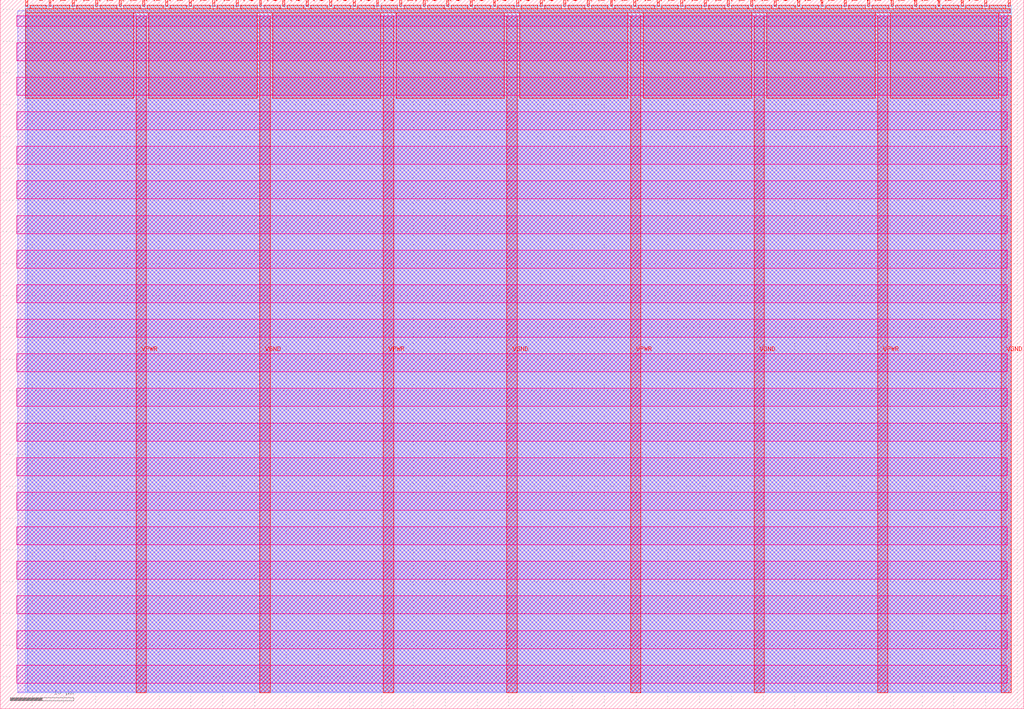
<source format=lef>
VERSION 5.7 ;
  NOWIREEXTENSIONATPIN ON ;
  DIVIDERCHAR "/" ;
  BUSBITCHARS "[]" ;
MACRO tt_um_8bitALU
  CLASS BLOCK ;
  FOREIGN tt_um_8bitALU ;
  ORIGIN 0.000 0.000 ;
  SIZE 161.000 BY 111.520 ;
  PIN VGND
    DIRECTION INOUT ;
    USE GROUND ;
    PORT
      LAYER met4 ;
        RECT 40.830 2.480 42.430 109.040 ;
    END
    PORT
      LAYER met4 ;
        RECT 79.700 2.480 81.300 109.040 ;
    END
    PORT
      LAYER met4 ;
        RECT 118.570 2.480 120.170 109.040 ;
    END
    PORT
      LAYER met4 ;
        RECT 157.440 2.480 159.040 109.040 ;
    END
  END VGND
  PIN VPWR
    DIRECTION INOUT ;
    USE POWER ;
    PORT
      LAYER met4 ;
        RECT 21.395 2.480 22.995 109.040 ;
    END
    PORT
      LAYER met4 ;
        RECT 60.265 2.480 61.865 109.040 ;
    END
    PORT
      LAYER met4 ;
        RECT 99.135 2.480 100.735 109.040 ;
    END
    PORT
      LAYER met4 ;
        RECT 138.005 2.480 139.605 109.040 ;
    END
  END VPWR
  PIN clk
    DIRECTION INPUT ;
    USE SIGNAL ;
    ANTENNAGATEAREA 0.852000 ;
    PORT
      LAYER met4 ;
        RECT 154.870 110.520 155.170 111.520 ;
    END
  END clk
  PIN ena
    DIRECTION INPUT ;
    USE SIGNAL ;
    ANTENNAGATEAREA 0.213000 ;
    PORT
      LAYER met4 ;
        RECT 158.550 110.520 158.850 111.520 ;
    END
  END ena
  PIN rst_n
    DIRECTION INPUT ;
    USE SIGNAL ;
    ANTENNAGATEAREA 0.213000 ;
    PORT
      LAYER met4 ;
        RECT 151.190 110.520 151.490 111.520 ;
    END
  END rst_n
  PIN ui_in[0]
    DIRECTION INPUT ;
    USE SIGNAL ;
    ANTENNAGATEAREA 0.213000 ;
    PORT
      LAYER met4 ;
        RECT 147.510 110.520 147.810 111.520 ;
    END
  END ui_in[0]
  PIN ui_in[1]
    DIRECTION INPUT ;
    USE SIGNAL ;
    ANTENNAGATEAREA 0.159000 ;
    PORT
      LAYER met4 ;
        RECT 143.830 110.520 144.130 111.520 ;
    END
  END ui_in[1]
  PIN ui_in[2]
    DIRECTION INPUT ;
    USE SIGNAL ;
    ANTENNAGATEAREA 0.159000 ;
    PORT
      LAYER met4 ;
        RECT 140.150 110.520 140.450 111.520 ;
    END
  END ui_in[2]
  PIN ui_in[3]
    DIRECTION INPUT ;
    USE SIGNAL ;
    ANTENNAGATEAREA 0.196500 ;
    PORT
      LAYER met4 ;
        RECT 136.470 110.520 136.770 111.520 ;
    END
  END ui_in[3]
  PIN ui_in[4]
    DIRECTION INPUT ;
    USE SIGNAL ;
    ANTENNAGATEAREA 0.126000 ;
    PORT
      LAYER met4 ;
        RECT 132.790 110.520 133.090 111.520 ;
    END
  END ui_in[4]
  PIN ui_in[5]
    DIRECTION INPUT ;
    USE SIGNAL ;
    ANTENNAGATEAREA 0.196500 ;
    PORT
      LAYER met4 ;
        RECT 129.110 110.520 129.410 111.520 ;
    END
  END ui_in[5]
  PIN ui_in[6]
    DIRECTION INPUT ;
    USE SIGNAL ;
    ANTENNAGATEAREA 0.126000 ;
    PORT
      LAYER met4 ;
        RECT 125.430 110.520 125.730 111.520 ;
    END
  END ui_in[6]
  PIN ui_in[7]
    DIRECTION INPUT ;
    USE SIGNAL ;
    ANTENNAGATEAREA 0.213000 ;
    PORT
      LAYER met4 ;
        RECT 121.750 110.520 122.050 111.520 ;
    END
  END ui_in[7]
  PIN uio_in[0]
    DIRECTION INPUT ;
    USE SIGNAL ;
    PORT
      LAYER met4 ;
        RECT 118.070 110.520 118.370 111.520 ;
    END
  END uio_in[0]
  PIN uio_in[1]
    DIRECTION INPUT ;
    USE SIGNAL ;
    PORT
      LAYER met4 ;
        RECT 114.390 110.520 114.690 111.520 ;
    END
  END uio_in[1]
  PIN uio_in[2]
    DIRECTION INPUT ;
    USE SIGNAL ;
    PORT
      LAYER met4 ;
        RECT 110.710 110.520 111.010 111.520 ;
    END
  END uio_in[2]
  PIN uio_in[3]
    DIRECTION INPUT ;
    USE SIGNAL ;
    PORT
      LAYER met4 ;
        RECT 107.030 110.520 107.330 111.520 ;
    END
  END uio_in[3]
  PIN uio_in[4]
    DIRECTION INPUT ;
    USE SIGNAL ;
    PORT
      LAYER met4 ;
        RECT 103.350 110.520 103.650 111.520 ;
    END
  END uio_in[4]
  PIN uio_in[5]
    DIRECTION INPUT ;
    USE SIGNAL ;
    PORT
      LAYER met4 ;
        RECT 99.670 110.520 99.970 111.520 ;
    END
  END uio_in[5]
  PIN uio_in[6]
    DIRECTION INPUT ;
    USE SIGNAL ;
    PORT
      LAYER met4 ;
        RECT 95.990 110.520 96.290 111.520 ;
    END
  END uio_in[6]
  PIN uio_in[7]
    DIRECTION INPUT ;
    USE SIGNAL ;
    PORT
      LAYER met4 ;
        RECT 92.310 110.520 92.610 111.520 ;
    END
  END uio_in[7]
  PIN uio_oe[0]
    DIRECTION OUTPUT TRISTATE ;
    USE SIGNAL ;
    PORT
      LAYER met4 ;
        RECT 29.750 110.520 30.050 111.520 ;
    END
  END uio_oe[0]
  PIN uio_oe[1]
    DIRECTION OUTPUT TRISTATE ;
    USE SIGNAL ;
    PORT
      LAYER met4 ;
        RECT 26.070 110.520 26.370 111.520 ;
    END
  END uio_oe[1]
  PIN uio_oe[2]
    DIRECTION OUTPUT TRISTATE ;
    USE SIGNAL ;
    PORT
      LAYER met4 ;
        RECT 22.390 110.520 22.690 111.520 ;
    END
  END uio_oe[2]
  PIN uio_oe[3]
    DIRECTION OUTPUT TRISTATE ;
    USE SIGNAL ;
    PORT
      LAYER met4 ;
        RECT 18.710 110.520 19.010 111.520 ;
    END
  END uio_oe[3]
  PIN uio_oe[4]
    DIRECTION OUTPUT TRISTATE ;
    USE SIGNAL ;
    PORT
      LAYER met4 ;
        RECT 15.030 110.520 15.330 111.520 ;
    END
  END uio_oe[4]
  PIN uio_oe[5]
    DIRECTION OUTPUT TRISTATE ;
    USE SIGNAL ;
    PORT
      LAYER met4 ;
        RECT 11.350 110.520 11.650 111.520 ;
    END
  END uio_oe[5]
  PIN uio_oe[6]
    DIRECTION OUTPUT TRISTATE ;
    USE SIGNAL ;
    PORT
      LAYER met4 ;
        RECT 7.670 110.520 7.970 111.520 ;
    END
  END uio_oe[6]
  PIN uio_oe[7]
    DIRECTION OUTPUT TRISTATE ;
    USE SIGNAL ;
    PORT
      LAYER met4 ;
        RECT 3.990 110.520 4.290 111.520 ;
    END
  END uio_oe[7]
  PIN uio_out[0]
    DIRECTION OUTPUT TRISTATE ;
    USE SIGNAL ;
    PORT
      LAYER met4 ;
        RECT 59.190 110.520 59.490 111.520 ;
    END
  END uio_out[0]
  PIN uio_out[1]
    DIRECTION OUTPUT TRISTATE ;
    USE SIGNAL ;
    PORT
      LAYER met4 ;
        RECT 55.510 110.520 55.810 111.520 ;
    END
  END uio_out[1]
  PIN uio_out[2]
    DIRECTION OUTPUT TRISTATE ;
    USE SIGNAL ;
    PORT
      LAYER met4 ;
        RECT 51.830 110.520 52.130 111.520 ;
    END
  END uio_out[2]
  PIN uio_out[3]
    DIRECTION OUTPUT TRISTATE ;
    USE SIGNAL ;
    PORT
      LAYER met4 ;
        RECT 48.150 110.520 48.450 111.520 ;
    END
  END uio_out[3]
  PIN uio_out[4]
    DIRECTION OUTPUT TRISTATE ;
    USE SIGNAL ;
    PORT
      LAYER met4 ;
        RECT 44.470 110.520 44.770 111.520 ;
    END
  END uio_out[4]
  PIN uio_out[5]
    DIRECTION OUTPUT TRISTATE ;
    USE SIGNAL ;
    PORT
      LAYER met4 ;
        RECT 40.790 110.520 41.090 111.520 ;
    END
  END uio_out[5]
  PIN uio_out[6]
    DIRECTION OUTPUT TRISTATE ;
    USE SIGNAL ;
    PORT
      LAYER met4 ;
        RECT 37.110 110.520 37.410 111.520 ;
    END
  END uio_out[6]
  PIN uio_out[7]
    DIRECTION OUTPUT TRISTATE ;
    USE SIGNAL ;
    PORT
      LAYER met4 ;
        RECT 33.430 110.520 33.730 111.520 ;
    END
  END uio_out[7]
  PIN uo_out[0]
    DIRECTION OUTPUT TRISTATE ;
    USE SIGNAL ;
    ANTENNAGATEAREA 0.247500 ;
    ANTENNADIFFAREA 0.445500 ;
    PORT
      LAYER met4 ;
        RECT 88.630 110.520 88.930 111.520 ;
    END
  END uo_out[0]
  PIN uo_out[1]
    DIRECTION OUTPUT TRISTATE ;
    USE SIGNAL ;
    ANTENNAGATEAREA 0.247500 ;
    ANTENNADIFFAREA 0.445500 ;
    PORT
      LAYER met4 ;
        RECT 84.950 110.520 85.250 111.520 ;
    END
  END uo_out[1]
  PIN uo_out[2]
    DIRECTION OUTPUT TRISTATE ;
    USE SIGNAL ;
    ANTENNAGATEAREA 0.247500 ;
    ANTENNADIFFAREA 0.445500 ;
    PORT
      LAYER met4 ;
        RECT 81.270 110.520 81.570 111.520 ;
    END
  END uo_out[2]
  PIN uo_out[3]
    DIRECTION OUTPUT TRISTATE ;
    USE SIGNAL ;
    ANTENNAGATEAREA 0.247500 ;
    ANTENNADIFFAREA 0.891000 ;
    PORT
      LAYER met4 ;
        RECT 77.590 110.520 77.890 111.520 ;
    END
  END uo_out[3]
  PIN uo_out[4]
    DIRECTION OUTPUT TRISTATE ;
    USE SIGNAL ;
    ANTENNAGATEAREA 0.126000 ;
    ANTENNADIFFAREA 0.445500 ;
    PORT
      LAYER met4 ;
        RECT 73.910 110.520 74.210 111.520 ;
    END
  END uo_out[4]
  PIN uo_out[5]
    DIRECTION OUTPUT TRISTATE ;
    USE SIGNAL ;
    ANTENNAGATEAREA 0.126000 ;
    ANTENNADIFFAREA 0.445500 ;
    PORT
      LAYER met4 ;
        RECT 70.230 110.520 70.530 111.520 ;
    END
  END uo_out[5]
  PIN uo_out[6]
    DIRECTION OUTPUT TRISTATE ;
    USE SIGNAL ;
    ANTENNAGATEAREA 0.126000 ;
    ANTENNADIFFAREA 0.445500 ;
    PORT
      LAYER met4 ;
        RECT 66.550 110.520 66.850 111.520 ;
    END
  END uo_out[6]
  PIN uo_out[7]
    DIRECTION OUTPUT TRISTATE ;
    USE SIGNAL ;
    ANTENNAGATEAREA 0.126000 ;
    ANTENNADIFFAREA 0.891000 ;
    PORT
      LAYER met4 ;
        RECT 62.870 110.520 63.170 111.520 ;
    END
  END uo_out[7]
  OBS
      LAYER nwell ;
        RECT 2.570 107.385 158.430 108.990 ;
        RECT 2.570 101.945 158.430 104.775 ;
        RECT 2.570 96.505 158.430 99.335 ;
        RECT 2.570 91.065 158.430 93.895 ;
        RECT 2.570 85.625 158.430 88.455 ;
        RECT 2.570 80.185 158.430 83.015 ;
        RECT 2.570 74.745 158.430 77.575 ;
        RECT 2.570 69.305 158.430 72.135 ;
        RECT 2.570 63.865 158.430 66.695 ;
        RECT 2.570 58.425 158.430 61.255 ;
        RECT 2.570 52.985 158.430 55.815 ;
        RECT 2.570 47.545 158.430 50.375 ;
        RECT 2.570 42.105 158.430 44.935 ;
        RECT 2.570 36.665 158.430 39.495 ;
        RECT 2.570 31.225 158.430 34.055 ;
        RECT 2.570 25.785 158.430 28.615 ;
        RECT 2.570 20.345 158.430 23.175 ;
        RECT 2.570 14.905 158.430 17.735 ;
        RECT 2.570 9.465 158.430 12.295 ;
        RECT 2.570 4.025 158.430 6.855 ;
      LAYER li1 ;
        RECT 2.760 2.635 158.240 108.885 ;
      LAYER met1 ;
        RECT 2.760 2.480 159.040 109.780 ;
      LAYER met2 ;
        RECT 4.230 2.535 159.010 110.685 ;
      LAYER met3 ;
        RECT 3.950 2.555 159.030 110.665 ;
      LAYER met4 ;
        RECT 4.690 110.120 7.270 110.665 ;
        RECT 8.370 110.120 10.950 110.665 ;
        RECT 12.050 110.120 14.630 110.665 ;
        RECT 15.730 110.120 18.310 110.665 ;
        RECT 19.410 110.120 21.990 110.665 ;
        RECT 23.090 110.120 25.670 110.665 ;
        RECT 26.770 110.120 29.350 110.665 ;
        RECT 30.450 110.120 33.030 110.665 ;
        RECT 34.130 110.120 36.710 110.665 ;
        RECT 37.810 110.120 40.390 110.665 ;
        RECT 41.490 110.120 44.070 110.665 ;
        RECT 45.170 110.120 47.750 110.665 ;
        RECT 48.850 110.120 51.430 110.665 ;
        RECT 52.530 110.120 55.110 110.665 ;
        RECT 56.210 110.120 58.790 110.665 ;
        RECT 59.890 110.120 62.470 110.665 ;
        RECT 63.570 110.120 66.150 110.665 ;
        RECT 67.250 110.120 69.830 110.665 ;
        RECT 70.930 110.120 73.510 110.665 ;
        RECT 74.610 110.120 77.190 110.665 ;
        RECT 78.290 110.120 80.870 110.665 ;
        RECT 81.970 110.120 84.550 110.665 ;
        RECT 85.650 110.120 88.230 110.665 ;
        RECT 89.330 110.120 91.910 110.665 ;
        RECT 93.010 110.120 95.590 110.665 ;
        RECT 96.690 110.120 99.270 110.665 ;
        RECT 100.370 110.120 102.950 110.665 ;
        RECT 104.050 110.120 106.630 110.665 ;
        RECT 107.730 110.120 110.310 110.665 ;
        RECT 111.410 110.120 113.990 110.665 ;
        RECT 115.090 110.120 117.670 110.665 ;
        RECT 118.770 110.120 121.350 110.665 ;
        RECT 122.450 110.120 125.030 110.665 ;
        RECT 126.130 110.120 128.710 110.665 ;
        RECT 129.810 110.120 132.390 110.665 ;
        RECT 133.490 110.120 136.070 110.665 ;
        RECT 137.170 110.120 139.750 110.665 ;
        RECT 140.850 110.120 143.430 110.665 ;
        RECT 144.530 110.120 147.110 110.665 ;
        RECT 148.210 110.120 150.790 110.665 ;
        RECT 151.890 110.120 154.470 110.665 ;
        RECT 155.570 110.120 158.150 110.665 ;
        RECT 3.975 109.440 158.865 110.120 ;
        RECT 3.975 96.055 20.995 109.440 ;
        RECT 23.395 96.055 40.430 109.440 ;
        RECT 42.830 96.055 59.865 109.440 ;
        RECT 62.265 96.055 79.300 109.440 ;
        RECT 81.700 96.055 98.735 109.440 ;
        RECT 101.135 96.055 118.170 109.440 ;
        RECT 120.570 96.055 137.605 109.440 ;
        RECT 140.005 96.055 157.040 109.440 ;
  END
END tt_um_8bitALU
END LIBRARY


</source>
